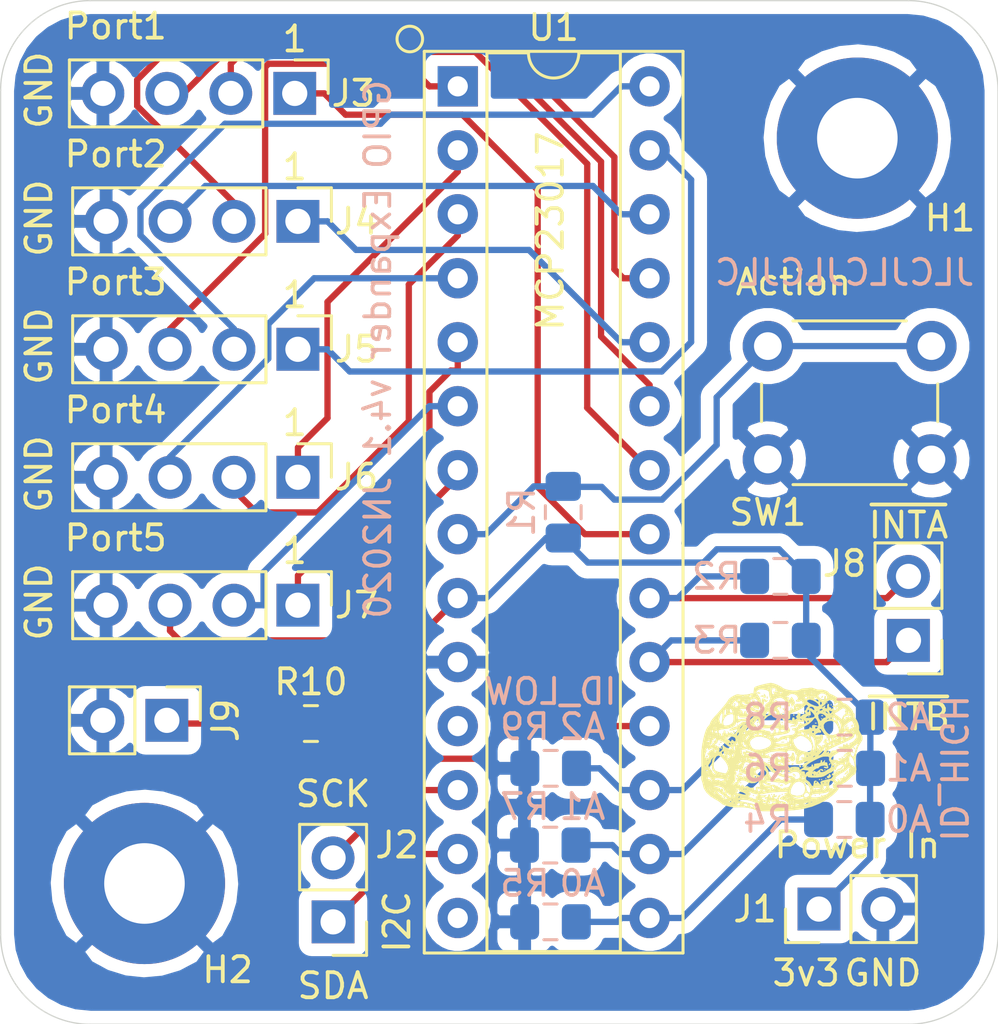
<source format=kicad_pcb>
(kicad_pcb (version 20171130) (host pcbnew "(5.1.6)-1")
  (layers (0 F.Cu signal) (31 B.Cu signal) (34 B.Paste user) (35 F.Paste user) (36 B.SilkS user) (37 F.SilkS user) (38 B.Mask user) (39 F.Mask user) (44 Edge.Cuts user))
  (net 0 "")
  (net 1 GND)
  (net 2 +3V3)
  (net 3 /Action)
  (net 4 /A0)
  (net 5 /A1)
  (net 6 /A2)
  (net 7 /SCK)
  (net 8 /SDA)
  (net 9 /P1_3)
  (net 10 /P1_2)
  (net 11 /P1_1)
  (net 12 /P2_3)
  (net 13 /P2_2)
  (net 14 /P2_1)
  (net 15 /P3_3)
  (net 16 /P3_2)
  (net 17 /P3_1)
  (net 18 /P4_3)
  (net 19 /P4_2)
  (net 20 /P4_1)
  (net 21 /P5_3)
  (net 22 /P5_2)
  (net 23 /P5_1)
  (net 24 /INTA)
  (net 25 /INTB)
  (net 26 /~RESET)
  (module bre:brain (layer F.Cu) (at 136.652 77.343)
    (fp_text reference G*** hide)
    (fp_text value LOGO hide)
  )
  (module Resistor_SMD:R_0805_2012Metric_Pad1.15x1.40mm_HandSolder (layer F.Cu) (at 117.992 76.454)
    (fp_text reference R10 (at 0 -1.65) (layer F.SilkS))
    (fp_text value 1K)
    (pad 2 smd roundrect (at 1.025 0) (size 1.15 1.4) (layers F.Cu F.Paste F.Mask) (roundrect_rratio 0.217391) (net 2 +3V3))
    (pad 1 smd roundrect (at -1.025 0) (size 1.15 1.4) (layers F.Cu F.Paste F.Mask) (roundrect_rratio 0.217391) (net 26 /~RESET))
  )
  (module Connector_PinHeader_2.54mm:PinHeader_1x02_P2.54mm_Vertical (layer F.Cu) (at 112.268 76.327 270)
    (fp_text reference J9 (at 0 -2.33 90) (layer F.SilkS))
    (fp_text value Reset)
    (pad 2 thru_hole oval (at 0 2.54 270) (size 1.7 1.7) (drill 1) (layers *.Cu *.Mask) (net 1 GND))
    (pad 1 thru_hole rect (at 0 0 270) (size 1.7 1.7) (drill 1) (layers *.Cu *.Mask) (net 26 /~RESET))
  )
  (module MountingHole:MountingHole_3.2mm_M3_Pad (layer F.Cu) (at 111.379 82.804)
    (fp_text reference H2 (at 3.302 3.429) (layer F.SilkS))
    (fp_text value MountingHole_Pad)
    (pad 1 thru_hole circle (at 0 0) (size 6.4 6.4) (drill 3.2) (layers *.Cu *.Mask) (net 1 GND))
  )
  (module MountingHole:MountingHole_3.2mm_M3_Pad (layer F.Cu) (at 139.7 53.213)
    (fp_text reference H1 (at 3.683 3.175) (layer F.SilkS))
    (fp_text value MountingHole_Pad)
    (pad 1 thru_hole circle (at 0 0) (size 6.4 6.4) (drill 3.2) (layers *.Cu *.Mask) (net 1 GND))
  )
  (module Button_Switch_THT:SW_PUSH_6mm (layer F.Cu) (at 136.144 61.468)
    (fp_text reference SW1 (at 0 6.604) (layer F.SilkS))
    (fp_text value Action)
    (pad 1 thru_hole circle (at 6.5 0 90) (size 2 2) (drill 1.1) (layers *.Cu *.Mask) (net 3 /Action))
    (pad 2 thru_hole circle (at 6.5 4.5 90) (size 2 2) (drill 1.1) (layers *.Cu *.Mask) (net 1 GND))
    (pad 1 thru_hole circle (at 0 0 90) (size 2 2) (drill 1.1) (layers *.Cu *.Mask) (net 3 /Action))
    (pad 2 thru_hole circle (at 0 4.5 90) (size 2 2) (drill 1.1) (layers *.Cu *.Mask) (net 1 GND))
  )
  (module Package_DIP:DIP-28_W7.62mm_Socket (layer F.Cu) (at 123.825 51.155)
    (fp_text reference U1 (at 3.81 -2.33) (layer F.SilkS))
    (fp_text value MCP23017-E/SP)
    (pad 28 thru_hole oval (at 7.62 0) (size 1.6 1.6) (drill 0.8) (layers *.Cu *.Mask) (net 16 /P3_2))
    (pad 14 thru_hole oval (at 0 33.02) (size 1.6 1.6) (drill 0.8) (layers *.Cu *.Mask))
    (pad 27 thru_hole oval (at 7.62 2.54) (size 1.6 1.6) (drill 0.8) (layers *.Cu *.Mask) (net 17 /P3_1))
    (pad 13 thru_hole oval (at 0 30.48) (size 1.6 1.6) (drill 0.8) (layers *.Cu *.Mask) (net 8 /SDA))
    (pad 26 thru_hole oval (at 7.62 5.08) (size 1.6 1.6) (drill 0.8) (layers *.Cu *.Mask) (net 12 /P2_3))
    (pad 12 thru_hole oval (at 0 27.94) (size 1.6 1.6) (drill 0.8) (layers *.Cu *.Mask) (net 7 /SCK))
    (pad 25 thru_hole oval (at 7.62 7.62) (size 1.6 1.6) (drill 0.8) (layers *.Cu *.Mask) (net 13 /P2_2))
    (pad 11 thru_hole oval (at 0 25.4) (size 1.6 1.6) (drill 0.8) (layers *.Cu *.Mask))
    (pad 24 thru_hole oval (at 7.62 10.16) (size 1.6 1.6) (drill 0.8) (layers *.Cu *.Mask) (net 14 /P2_1))
    (pad 10 thru_hole oval (at 0 22.86) (size 1.6 1.6) (drill 0.8) (layers *.Cu *.Mask) (net 1 GND))
    (pad 23 thru_hole oval (at 7.62 12.7) (size 1.6 1.6) (drill 0.8) (layers *.Cu *.Mask) (net 9 /P1_3))
    (pad 9 thru_hole oval (at 0 20.32) (size 1.6 1.6) (drill 0.8) (layers *.Cu *.Mask) (net 2 +3V3))
    (pad 22 thru_hole oval (at 7.62 15.24) (size 1.6 1.6) (drill 0.8) (layers *.Cu *.Mask) (net 10 /P1_2))
    (pad 8 thru_hole oval (at 0 17.78) (size 1.6 1.6) (drill 0.8) (layers *.Cu *.Mask) (net 3 /Action))
    (pad 21 thru_hole oval (at 7.62 17.78) (size 1.6 1.6) (drill 0.8) (layers *.Cu *.Mask) (net 11 /P1_1))
    (pad 7 thru_hole oval (at 0 15.24) (size 1.6 1.6) (drill 0.8) (layers *.Cu *.Mask) (net 21 /P5_3))
    (pad 20 thru_hole oval (at 7.62 20.32) (size 1.6 1.6) (drill 0.8) (layers *.Cu *.Mask) (net 24 /INTA))
    (pad 6 thru_hole oval (at 0 12.7) (size 1.6 1.6) (drill 0.8) (layers *.Cu *.Mask) (net 22 /P5_2))
    (pad 19 thru_hole oval (at 7.62 22.86) (size 1.6 1.6) (drill 0.8) (layers *.Cu *.Mask) (net 25 /INTB))
    (pad 5 thru_hole oval (at 0 10.16) (size 1.6 1.6) (drill 0.8) (layers *.Cu *.Mask) (net 23 /P5_1))
    (pad 18 thru_hole oval (at 7.62 25.4) (size 1.6 1.6) (drill 0.8) (layers *.Cu *.Mask) (net 26 /~RESET))
    (pad 4 thru_hole oval (at 0 7.62) (size 1.6 1.6) (drill 0.8) (layers *.Cu *.Mask) (net 18 /P4_3))
    (pad 17 thru_hole oval (at 7.62 27.94) (size 1.6 1.6) (drill 0.8) (layers *.Cu *.Mask) (net 6 /A2))
    (pad 3 thru_hole oval (at 0 5.08) (size 1.6 1.6) (drill 0.8) (layers *.Cu *.Mask) (net 19 /P4_2))
    (pad 16 thru_hole oval (at 7.62 30.48) (size 1.6 1.6) (drill 0.8) (layers *.Cu *.Mask) (net 5 /A1))
    (pad 2 thru_hole oval (at 0 2.54) (size 1.6 1.6) (drill 0.8) (layers *.Cu *.Mask) (net 20 /P4_1))
    (pad 15 thru_hole oval (at 7.62 33.02) (size 1.6 1.6) (drill 0.8) (layers *.Cu *.Mask) (net 4 /A0))
    (pad 1 thru_hole rect (at 0 0) (size 1.6 1.6) (drill 0.8) (layers *.Cu *.Mask) (net 15 /P3_3))
  )
  (module Resistor_SMD:R_0805_2012Metric_Pad1.15x1.40mm_HandSolder (layer B.Cu) (at 127.517 78.232 180)
    (fp_text reference R9 (at 1.025 1.65) (layer B.SilkS) (effects (justify mirror)))
    (fp_text value 2K)
    (pad 2 smd roundrect (at 1.025 0 180) (size 1.15 1.4) (layers B.Cu B.Paste B.Mask) (roundrect_rratio 0.217391) (net 1 GND))
    (pad 1 smd roundrect (at -1.025 0 180) (size 1.15 1.4) (layers B.Cu B.Paste B.Mask) (roundrect_rratio 0.217391) (net 6 /A2))
  )
  (module Resistor_SMD:R_0805_2012Metric_Pad1.15x1.40mm_HandSolder (layer B.Cu) (at 139.192 76.2 180)
    (fp_text reference R8 (at 3.048 0) (layer B.SilkS) (effects (justify mirror)))
    (fp_text value 1K)
    (pad 2 smd roundrect (at 1.025 0 180) (size 1.15 1.4) (layers B.Cu B.Paste B.Mask) (roundrect_rratio 0.217391) (net 6 /A2))
    (pad 1 smd roundrect (at -1.025 0 180) (size 1.15 1.4) (layers B.Cu B.Paste B.Mask) (roundrect_rratio 0.217391) (net 2 +3V3))
  )
  (module Resistor_SMD:R_0805_2012Metric_Pad1.15x1.40mm_HandSolder (layer B.Cu) (at 127.499 81.28 180)
    (fp_text reference R7 (at 1.007 1.524) (layer B.SilkS) (effects (justify mirror)))
    (fp_text value 2K)
    (pad 2 smd roundrect (at 1.025 0 180) (size 1.15 1.4) (layers B.Cu B.Paste B.Mask) (roundrect_rratio 0.217391) (net 1 GND))
    (pad 1 smd roundrect (at -1.025 0 180) (size 1.15 1.4) (layers B.Cu B.Paste B.Mask) (roundrect_rratio 0.217391) (net 5 /A1))
  )
  (module Resistor_SMD:R_0805_2012Metric_Pad1.15x1.40mm_HandSolder (layer B.Cu) (at 139.201 78.232 180)
    (fp_text reference R6 (at 3.057 0 180) (layer B.SilkS) (effects (justify mirror)))
    (fp_text value 1K)
    (pad 2 smd roundrect (at 1.025 0 180) (size 1.15 1.4) (layers B.Cu B.Paste B.Mask) (roundrect_rratio 0.217391) (net 5 /A1))
    (pad 1 smd roundrect (at -1.025 0 180) (size 1.15 1.4) (layers B.Cu B.Paste B.Mask) (roundrect_rratio 0.217391) (net 2 +3V3))
  )
  (module Resistor_SMD:R_0805_2012Metric_Pad1.15x1.40mm_HandSolder (layer B.Cu) (at 127.508 84.328 180)
    (fp_text reference R5 (at 1.016 1.524 180) (layer B.SilkS) (effects (justify mirror)))
    (fp_text value 2K)
    (pad 2 smd roundrect (at 1.025 0 180) (size 1.15 1.4) (layers B.Cu B.Paste B.Mask) (roundrect_rratio 0.217391) (net 1 GND))
    (pad 1 smd roundrect (at -1.025 0 180) (size 1.15 1.4) (layers B.Cu B.Paste B.Mask) (roundrect_rratio 0.217391) (net 4 /A0))
  )
  (module Resistor_SMD:R_0805_2012Metric_Pad1.15x1.40mm_HandSolder (layer B.Cu) (at 139.183 80.264 180)
    (fp_text reference R4 (at 3.039 0 180) (layer B.SilkS) (effects (justify mirror)))
    (fp_text value 1K)
    (pad 2 smd roundrect (at 1.025 0 180) (size 1.15 1.4) (layers B.Cu B.Paste B.Mask) (roundrect_rratio 0.217391) (net 4 /A0))
    (pad 1 smd roundrect (at -1.025 0 180) (size 1.15 1.4) (layers B.Cu B.Paste B.Mask) (roundrect_rratio 0.217391) (net 2 +3V3))
  )
  (module Resistor_SMD:R_0805_2012Metric_Pad1.15x1.40mm_HandSolder (layer B.Cu) (at 136.643 73.152)
    (fp_text reference R3 (at -2.531 0) (layer B.SilkS) (effects (justify mirror)))
    (fp_text value 1K)
    (pad 2 smd roundrect (at 1.025 0) (size 1.15 1.4) (layers B.Cu B.Paste B.Mask) (roundrect_rratio 0.217391) (net 2 +3V3))
    (pad 1 smd roundrect (at -1.025 0) (size 1.15 1.4) (layers B.Cu B.Paste B.Mask) (roundrect_rratio 0.217391) (net 25 /INTB))
  )
  (module Resistor_SMD:R_0805_2012Metric_Pad1.15x1.40mm_HandSolder (layer B.Cu) (at 136.643 70.612)
    (fp_text reference R2 (at -2.531 0) (layer B.SilkS) (effects (justify mirror)))
    (fp_text value 1K)
    (pad 2 smd roundrect (at 1.025 0) (size 1.15 1.4) (layers B.Cu B.Paste B.Mask) (roundrect_rratio 0.217391) (net 2 +3V3))
    (pad 1 smd roundrect (at -1.025 0) (size 1.15 1.4) (layers B.Cu B.Paste B.Mask) (roundrect_rratio 0.217391) (net 24 /INTA))
  )
  (module Resistor_SMD:R_0805_2012Metric_Pad1.15x1.40mm_HandSolder (layer B.Cu) (at 128.016 68.063 270)
    (fp_text reference R1 (at 0 1.65 90) (layer B.SilkS) (effects (justify mirror)))
    (fp_text value 1K)
    (pad 2 smd roundrect (at 1.025 0 270) (size 1.15 1.4) (layers B.Cu B.Paste B.Mask) (roundrect_rratio 0.217391) (net 2 +3V3))
    (pad 1 smd roundrect (at -1.025 0 270) (size 1.15 1.4) (layers B.Cu B.Paste B.Mask) (roundrect_rratio 0.217391) (net 3 /Action))
  )
  (module Connector_PinHeader_2.54mm:PinHeader_1x02_P2.54mm_Vertical (layer F.Cu) (at 141.732 73.152 180)
    (fp_text reference J8 (at 2.54 3.048) (layer F.SilkS))
    (fp_text value ~INT)
    (pad 2 thru_hole oval (at 0 2.54 180) (size 1.7 1.7) (drill 1) (layers *.Cu *.Mask) (net 24 /INTA))
    (pad 1 thru_hole rect (at 0 0 180) (size 1.7 1.7) (drill 1) (layers *.Cu *.Mask) (net 25 /INTB))
  )
  (module Connector_PinHeader_2.54mm:PinHeader_1x04_P2.54mm_Vertical (layer F.Cu) (at 117.475 71.755 270)
    (fp_text reference J7 (at 0 -2.33 180) (layer F.SilkS))
    (fp_text value "Port 5")
    (pad 4 thru_hole oval (at 0 7.62 270) (size 1.7 1.7) (drill 1) (layers *.Cu *.Mask) (net 1 GND))
    (pad 3 thru_hole oval (at 0 5.08 270) (size 1.7 1.7) (drill 1) (layers *.Cu *.Mask) (net 21 /P5_3))
    (pad 2 thru_hole oval (at 0 2.54 270) (size 1.7 1.7) (drill 1) (layers *.Cu *.Mask) (net 22 /P5_2))
    (pad 1 thru_hole rect (at 0 0 270) (size 1.7 1.7) (drill 1) (layers *.Cu *.Mask) (net 23 /P5_1))
  )
  (module Connector_PinHeader_2.54mm:PinHeader_1x04_P2.54mm_Vertical (layer F.Cu) (at 117.475 66.675 270)
    (fp_text reference J6 (at 0 -2.33 180) (layer F.SilkS))
    (fp_text value "Port 4")
    (pad 4 thru_hole oval (at 0 7.62 270) (size 1.7 1.7) (drill 1) (layers *.Cu *.Mask) (net 1 GND))
    (pad 3 thru_hole oval (at 0 5.08 270) (size 1.7 1.7) (drill 1) (layers *.Cu *.Mask) (net 18 /P4_3))
    (pad 2 thru_hole oval (at 0 2.54 270) (size 1.7 1.7) (drill 1) (layers *.Cu *.Mask) (net 19 /P4_2))
    (pad 1 thru_hole rect (at 0 0 270) (size 1.7 1.7) (drill 1) (layers *.Cu *.Mask) (net 20 /P4_1))
  )
  (module Connector_PinHeader_2.54mm:PinHeader_1x04_P2.54mm_Vertical (layer F.Cu) (at 117.475 61.595 270)
    (fp_text reference J5 (at 0 -2.33 180) (layer F.SilkS))
    (fp_text value "Port 3")
    (pad 4 thru_hole oval (at 0 7.62 270) (size 1.7 1.7) (drill 1) (layers *.Cu *.Mask) (net 1 GND))
    (pad 3 thru_hole oval (at 0 5.08 270) (size 1.7 1.7) (drill 1) (layers *.Cu *.Mask) (net 15 /P3_3))
    (pad 2 thru_hole oval (at 0 2.54 270) (size 1.7 1.7) (drill 1) (layers *.Cu *.Mask) (net 16 /P3_2))
    (pad 1 thru_hole rect (at 0 0 270) (size 1.7 1.7) (drill 1) (layers *.Cu *.Mask) (net 17 /P3_1))
  )
  (module Connector_PinHeader_2.54mm:PinHeader_1x04_P2.54mm_Vertical (layer F.Cu) (at 117.475 56.515 270)
    (fp_text reference J4 (at 0 -2.33 180) (layer F.SilkS))
    (fp_text value "Port 2")
    (pad 4 thru_hole oval (at 0 7.62 270) (size 1.7 1.7) (drill 1) (layers *.Cu *.Mask) (net 1 GND))
    (pad 3 thru_hole oval (at 0 5.08 270) (size 1.7 1.7) (drill 1) (layers *.Cu *.Mask) (net 12 /P2_3))
    (pad 2 thru_hole oval (at 0 2.54 270) (size 1.7 1.7) (drill 1) (layers *.Cu *.Mask) (net 13 /P2_2))
    (pad 1 thru_hole rect (at 0 0 270) (size 1.7 1.7) (drill 1) (layers *.Cu *.Mask) (net 14 /P2_1))
  )
  (module Connector_PinHeader_2.54mm:PinHeader_1x04_P2.54mm_Vertical (layer F.Cu) (at 117.348 51.435 270)
    (fp_text reference J3 (at 0 -2.33 180) (layer F.SilkS))
    (fp_text value "Port 1")
    (pad 4 thru_hole oval (at 0 7.62 270) (size 1.7 1.7) (drill 1) (layers *.Cu *.Mask) (net 1 GND))
    (pad 3 thru_hole oval (at 0 5.08 270) (size 1.7 1.7) (drill 1) (layers *.Cu *.Mask) (net 9 /P1_3))
    (pad 2 thru_hole oval (at 0 2.54 270) (size 1.7 1.7) (drill 1) (layers *.Cu *.Mask) (net 10 /P1_2))
    (pad 1 thru_hole rect (at 0 0 270) (size 1.7 1.7) (drill 1) (layers *.Cu *.Mask) (net 11 /P1_1))
  )
  (module Connector_PinHeader_2.54mm:PinHeader_1x02_P2.54mm_Vertical (layer F.Cu) (at 118.872 84.328 180)
    (fp_text reference J2 (at -2.54 3.048 180) (layer F.SilkS))
    (fp_text value I2C)
    (pad 2 thru_hole oval (at 0 2.54 180) (size 1.7 1.7) (drill 1) (layers *.Cu *.Mask) (net 7 /SCK))
    (pad 1 thru_hole rect (at 0 0 180) (size 1.7 1.7) (drill 1) (layers *.Cu *.Mask) (net 8 /SDA))
  )
  (module Connector_PinHeader_2.54mm:PinHeader_1x02_P2.54mm_Vertical (layer F.Cu) (at 138.176 83.82 90)
    (fp_text reference J1 (at 0 -2.54) (layer F.SilkS))
    (fp_text value PWR)
    (pad 2 thru_hole oval (at 0 2.54 90) (size 1.7 1.7) (drill 1) (layers *.Cu *.Mask) (net 1 GND))
    (pad 1 thru_hole rect (at 0 0 90) (size 1.7 1.7) (drill 1) (layers *.Cu *.Mask) (net 2 +3V3))
  )
  (gr_text "A2\n" (at 128.778 76.581) (layer B.SilkS) (effects (font (size 1 1)) (justify mirror)))
  (gr_text "A1\n" (at 128.778 79.756) (layer B.SilkS) (effects (font (size 1 1)) (justify mirror)))
  (gr_text "A0\n" (at 128.778 82.804) (layer B.SilkS) (effects (font (size 1 1)) (justify mirror)))
  (gr_text ID_LOW (at 127.508 75.184) (layer B.SilkS) (effects (font (size 1 1)) (justify mirror)))
  (gr_text "A0\n" (at 141.732 80.264) (layer B.SilkS) (effects (font (size 1 1)) (justify mirror)))
  (gr_text "A1\n" (at 141.732 78.232) (layer B.SilkS) (effects (font (size 1 1)) (justify mirror)))
  (gr_text "A2\n" (at 141.732 76.2) (layer B.SilkS) (effects (font (size 1 1)) (justify mirror)))
  (gr_circle (center 121.92 49.276) (end 122.428 49.276) (layer F.SilkS) (width 0.12))
  (gr_text 1 (at 117.348 49.276) (layer F.SilkS) (effects (font (size 1 1))))
  (gr_text 1 (at 117.348 54.356) (layer F.SilkS) (effects (font (size 1 1))))
  (gr_text 1 (at 117.348 59.436) (layer F.SilkS) (effects (font (size 1 1))))
  (gr_text 1 (at 117.348 64.516) (layer F.SilkS) (effects (font (size 1 1))))
  (gr_text 1 (at 117.348 69.596) (layer F.SilkS) (effects (font (size 1 1))))
  (gr_text GND (at 107.188 71.628 90) (layer F.SilkS) (effects (font (size 1 1))))
  (gr_text GND (at 107.188 66.548 90) (layer F.SilkS) (effects (font (size 1 1))))
  (gr_text GND (at 107.188 61.468 90) (layer F.SilkS) (effects (font (size 1 1))))
  (gr_text GND (at 107.188 56.388 90) (layer F.SilkS) (effects (font (size 1 1))))
  (gr_text GND (at 107.188 51.308 90) (layer F.SilkS) (effects (font (size 1 1))))
  (gr_text "Power In" (at 139.7 81.28) (layer F.SilkS) (effects (font (size 1 1))))
  (gr_text GND (at 140.716 86.36) (layer F.SilkS) (effects (font (size 1 1))))
  (gr_text Action (at 137.16 58.928) (layer F.SilkS) (effects (font (size 1 1))))
  (gr_text MCP23017 (at 127.508 56.896 90) (layer F.SilkS) (effects (font (size 1 1))))
  (gr_text JLCJLCJLCJLC (at 139.192 58.547) (layer B.SilkS) (effects (font (size 1 1)) (justify mirror)))
  (gr_text "GPIO Expander v4.1 JN2020" (at 120.65 61.595 90) (layer B.SilkS) (effects (font (size 1 1)) (justify mirror)))
  (gr_text ~INTB (at 141.732 76.2) (layer F.SilkS) (effects (font (size 1 1))))
  (gr_text ~INTA (at 141.732 68.58) (layer F.SilkS) (effects (font (size 1 1))))
  (gr_text 3v3 (at 137.668 86.36) (layer F.SilkS) (effects (font (size 1 1))))
  (gr_text SDA (at 118.872 86.868) (layer F.SilkS) (effects (font (size 1 1))))
  (gr_text SCK (at 118.872 79.248) (layer F.SilkS) (effects (font (size 1 1))))
  (gr_text Port5 (at 110.236 69.088) (layer F.SilkS) (effects (font (size 1 1))))
  (gr_text Port4 (at 110.236 64.008) (layer F.SilkS) (effects (font (size 1 1))))
  (gr_text Port3 (at 110.236 58.928) (layer F.SilkS) (effects (font (size 1 1))))
  (gr_text Port2 (at 110.236 53.848) (layer F.SilkS) (effects (font (size 1 1))))
  (gr_text Port1 (at 110.236 48.768) (layer F.SilkS) (effects (font (size 1 1))))
  (gr_text "I2C\n" (at 121.412 84.328 90) (layer F.SilkS) (effects (font (size 1 1))))
  (gr_text ID_HIGH (at 143.51 78.232 270) (layer B.SilkS) (effects (font (size 1 1)) (justify mirror)))
  (gr_line (start 141.732 88.392) (end 109.22 88.392) (layer Edge.Cuts) (width 0.05))
  (gr_line (start 145.288 51.308) (end 145.288 84.836) (layer Edge.Cuts) (width 0.05))
  (gr_arc (start 141.732 84.836) (end 141.732 88.392) (angle -90) (layer Edge.Cuts) (width 0.05))
  (gr_line (start 105.664 51.308) (end 105.664 84.836) (layer Edge.Cuts) (width 0.05))
  (gr_arc (start 109.22 84.836) (end 105.664 84.836) (angle -90) (layer Edge.Cuts) (width 0.05))
  (gr_line (start 141.732 47.752) (end 109.22 47.752) (layer Edge.Cuts) (width 0.05))
  (gr_arc (start 109.22 51.308) (end 109.22 47.752) (angle -90) (layer Edge.Cuts) (width 0.05))
  (gr_arc (start 141.732 51.308) (end 145.288 51.308) (angle -90) (layer Edge.Cuts) (width 0.05))
  (segment (start 123.825 71.475) (end 124.9503 71.475) (width 0.25) (layer B.Cu) (net 2))
  (segment (start 124.9503 71.475) (end 127.3373 69.088) (width 0.25) (layer B.Cu) (net 2))
  (segment (start 127.3373 69.088) (end 128.016 69.088) (width 0.25) (layer B.Cu) (net 2))
  (segment (start 128.016 69.088) (end 128.9911 70.0631) (width 0.25) (layer B.Cu) (net 2))
  (segment (start 128.9911 70.0631) (end 130.2914 70.0631) (width 0.25) (layer B.Cu) (net 2))
  (segment (start 133.5914 70.0631) (end 134.1196 69.5349) (width 0.25) (layer B.Cu) (net 2))
  (segment (start 136.5909 69.5349) (end 137.668 70.612) (width 0.25) (layer B.Cu) (net 2))
  (segment (start 137.668 70.612) (end 137.668 73.152) (width 0.25) (layer B.Cu) (net 2))
  (segment (start 134.1196 69.5349) (end 136.5909 69.5349) (width 0.25) (layer B.Cu) (net 2))
  (segment (start 130.2914 70.0631) (end 133.5914 70.0631) (width 0.25) (layer B.Cu) (net 2))
  (segment (start 137.668 73.651) (end 140.217 76.2) (width 0.25) (layer B.Cu) (net 2))
  (segment (start 137.668 73.152) (end 137.668 73.651) (width 0.25) (layer B.Cu) (net 2))
  (segment (start 140.217 78.223) (end 140.226 78.232) (width 0.25) (layer B.Cu) (net 2))
  (segment (start 140.217 76.2) (end 140.217 78.223) (width 0.25) (layer B.Cu) (net 2))
  (segment (start 140.208 80.264) (end 140.208 78.25) (width 0.25) (layer B.Cu) (net 2))
  (segment (start 140.208 78.25) (end 140.226 78.232) (width 0.25) (layer B.Cu) (net 2))
  (segment (start 140.208 80.264) (end 140.208 81.788) (width 0.25) (layer B.Cu) (net 2))
  (segment (start 140.208 84.328) (end 140.217 84.319) (width 0.25) (layer B.Cu) (net 1))
  (segment (start 140.208 81.788) (end 138.176 83.82) (width 0.25) (layer B.Cu) (net 2))
  (segment (start 119.017 76.283) (end 119.017 76.454) (width 0.25) (layer F.Cu) (net 2))
  (segment (start 123.825 71.475) (end 119.017 76.283) (width 0.25) (layer F.Cu) (net 2))
  (segment (start 124.9503 68.935) (end 126.8473 67.038) (width 0.25) (layer B.Cu) (net 3))
  (segment (start 126.8473 67.038) (end 128.016 67.038) (width 0.25) (layer B.Cu) (net 3))
  (segment (start 123.825 68.935) (end 124.9503 68.935) (width 0.25) (layer B.Cu) (net 3))
  (segment (start 136.144 61.468) (end 142.644 61.468) (width 0.25) (layer B.Cu) (net 3))
  (segment (start 134.112 65.393002) (end 134.112 63.5) (width 0.25) (layer B.Cu) (net 3))
  (segment (start 128.016 67.038) (end 128.034 67.056) (width 0.25) (layer B.Cu) (net 3))
  (segment (start 134.112 63.5) (end 136.144 61.468) (width 0.25) (layer B.Cu) (net 3))
  (segment (start 131.941002 67.564) (end 134.112 65.393002) (width 0.25) (layer B.Cu) (net 3))
  (segment (start 129.54 67.056) (end 130.048 67.564) (width 0.25) (layer B.Cu) (net 3))
  (segment (start 128.034 67.056) (end 129.54 67.056) (width 0.25) (layer B.Cu) (net 3))
  (segment (start 130.048 67.564) (end 131.941002 67.564) (width 0.25) (layer B.Cu) (net 3))
  (segment (start 128.533 84.328) (end 130.1667 84.328) (width 0.25) (layer B.Cu) (net 4))
  (segment (start 131.445 84.175) (end 130.3197 84.175) (width 0.25) (layer B.Cu) (net 4))
  (segment (start 130.1667 84.328) (end 130.3197 84.175) (width 0.25) (layer B.Cu) (net 4))
  (segment (start 132.741 84.175) (end 136.652 80.264) (width 0.25) (layer B.Cu) (net 4))
  (segment (start 136.652 80.264) (end 138.158 80.264) (width 0.25) (layer B.Cu) (net 4))
  (segment (start 131.445 84.175) (end 132.741 84.175) (width 0.25) (layer B.Cu) (net 4))
  (segment (start 131.445 81.635) (end 130.3197 81.635) (width 0.25) (layer B.Cu) (net 5))
  (segment (start 129.9647 81.28) (end 130.3197 81.635) (width 0.25) (layer B.Cu) (net 5))
  (segment (start 128.524 81.28) (end 129.9647 81.28) (width 0.25) (layer B.Cu) (net 5))
  (segment (start 136.144 78.232) (end 138.176 78.232) (width 0.25) (layer B.Cu) (net 5))
  (segment (start 132.741 81.635) (end 136.144 78.232) (width 0.25) (layer B.Cu) (net 5))
  (segment (start 131.445 81.635) (end 132.741 81.635) (width 0.25) (layer B.Cu) (net 5))
  (segment (start 132.741 79.095) (end 135.636 76.2) (width 0.25) (layer B.Cu) (net 6))
  (segment (start 131.445 79.095) (end 132.741 79.095) (width 0.25) (layer B.Cu) (net 6))
  (segment (start 135.636 76.2) (end 138.167 76.2) (width 0.25) (layer B.Cu) (net 6))
  (segment (start 129.4567 78.232) (end 130.3197 79.095) (width 0.25) (layer B.Cu) (net 6))
  (segment (start 131.445 79.095) (end 130.3197 79.095) (width 0.25) (layer B.Cu) (net 6))
  (segment (start 128.542 78.232) (end 129.4567 78.232) (width 0.25) (layer B.Cu) (net 6))
  (segment (start 121.565 79.095) (end 123.825 79.095) (width 0.25) (layer F.Cu) (net 7))
  (segment (start 118.872 81.788) (end 121.565 79.095) (width 0.25) (layer F.Cu) (net 7))
  (segment (start 121.565 81.635) (end 123.825 81.635) (width 0.25) (layer F.Cu) (net 8))
  (segment (start 118.872 84.328) (end 121.565 81.635) (width 0.25) (layer F.Cu) (net 8))
  (segment (start 131.445 63.0111) (end 131.445 63.855) (width 0.25) (layer F.Cu) (net 9))
  (segment (start 129.5181 61.0842) (end 131.445 63.0111) (width 0.25) (layer F.Cu) (net 9))
  (segment (start 112.268 51.435) (end 112.9291 51.435) (width 0.25) (layer F.Cu) (net 9))
  (segment (start 112.9291 51.435) (end 115.0387 49.3254) (width 0.25) (layer F.Cu) (net 9))
  (segment (start 129.5181 54.1477) (end 129.5181 61.0842) (width 0.25) (layer F.Cu) (net 9))
  (segment (start 124.6958 49.3254) (end 129.5181 54.1477) (width 0.25) (layer F.Cu) (net 9))
  (segment (start 115.0387 49.3254) (end 124.6958 49.3254) (width 0.25) (layer F.Cu) (net 9))
  (segment (start 114.808 50.2597) (end 114.808 51.435) (width 0.25) (layer F.Cu) (net 10))
  (segment (start 128.9688 63.9188) (end 128.9688 54.2353) (width 0.25) (layer F.Cu) (net 10))
  (segment (start 128.9688 54.2353) (end 124.5223 49.7888) (width 0.25) (layer F.Cu) (net 10))
  (segment (start 124.5223 49.7888) (end 115.2789 49.7888) (width 0.25) (layer F.Cu) (net 10))
  (segment (start 131.445 66.395) (end 128.9688 63.9188) (width 0.25) (layer F.Cu) (net 10))
  (segment (start 115.2789 49.7888) (end 114.808 50.2597) (width 0.25) (layer F.Cu) (net 10))
  (segment (start 118.5233 51.435) (end 117.348 51.435) (width 0.25) (layer F.Cu) (net 11))
  (segment (start 128.879 68.935) (end 127 67.056) (width 0.25) (layer F.Cu) (net 11))
  (segment (start 131.445 68.935) (end 128.879 68.935) (width 0.25) (layer F.Cu) (net 11))
  (segment (start 127 55.267) (end 124.0134 52.2804) (width 0.25) (layer F.Cu) (net 11))
  (segment (start 119.3687 52.2804) (end 118.5233 51.435) (width 0.25) (layer F.Cu) (net 11))
  (segment (start 127 67.056) (end 127 55.267) (width 0.25) (layer F.Cu) (net 11))
  (segment (start 124.0134 52.2804) (end 119.3687 52.2804) (width 0.25) (layer F.Cu) (net 11))
  (segment (start 130.3197 56.235) (end 131.445 56.235) (width 0.25) (layer B.Cu) (net 12))
  (segment (start 112.395 56.515) (end 113.8003 55.1097) (width 0.25) (layer B.Cu) (net 12))
  (segment (start 129.1944 55.1097) (end 130.3197 56.235) (width 0.25) (layer B.Cu) (net 12))
  (segment (start 113.8003 55.1097) (end 129.1944 55.1097) (width 0.25) (layer B.Cu) (net 12))
  (segment (start 130.403 58.775) (end 131.445 58.775) (width 0.25) (layer F.Cu) (net 13))
  (segment (start 130.048 58.42) (end 130.403 58.775) (width 0.25) (layer F.Cu) (net 13))
  (segment (start 130.048 53.9642) (end 130.048 58.42) (width 0.25) (layer F.Cu) (net 13))
  (segment (start 124.9542 48.8704) (end 130.048 53.9642) (width 0.25) (layer F.Cu) (net 13))
  (segment (start 113.1159 48.8704) (end 124.9542 48.8704) (width 0.25) (layer F.Cu) (net 13))
  (segment (start 114.935 55.7804) (end 111.0879 51.9333) (width 0.25) (layer F.Cu) (net 13))
  (segment (start 114.935 56.515) (end 114.935 55.7804) (width 0.25) (layer F.Cu) (net 13))
  (segment (start 111.0879 50.8984) (end 113.1159 48.8704) (width 0.25) (layer F.Cu) (net 13))
  (segment (start 111.0879 51.9333) (end 111.0879 50.8984) (width 0.25) (layer F.Cu) (net 13))
  (segment (start 131.445 61.315) (end 130.3197 61.315) (width 0.25) (layer B.Cu) (net 14))
  (segment (start 117.475 56.515) (end 118.6503 56.515) (width 0.25) (layer B.Cu) (net 14))
  (segment (start 118.6503 56.515) (end 119.785 57.6497) (width 0.25) (layer B.Cu) (net 14))
  (segment (start 119.785 57.6497) (end 126.6544 57.6497) (width 0.25) (layer B.Cu) (net 14))
  (segment (start 126.6544 57.6497) (end 130.3197 61.315) (width 0.25) (layer B.Cu) (net 14))
  (segment (start 122.6997 51.155) (end 123.825 51.155) (width 0.25) (layer F.Cu) (net 15))
  (segment (start 121.8043 50.2596) (end 122.6997 51.155) (width 0.25) (layer F.Cu) (net 15))
  (segment (start 116.3054 50.2596) (end 121.8043 50.2596) (width 0.25) (layer F.Cu) (net 15))
  (segment (start 112.395 60.787) (end 116.1726 57.0094) (width 0.25) (layer F.Cu) (net 15))
  (segment (start 112.395 61.595) (end 112.395 60.787) (width 0.25) (layer F.Cu) (net 15))
  (segment (start 116.1726 57.0094) (end 116.1726 50.3924) (width 0.25) (layer F.Cu) (net 15))
  (segment (start 116.1726 50.3924) (end 116.3054 50.2596) (width 0.25) (layer F.Cu) (net 15))
  (segment (start 130.3197 51.155) (end 131.445 51.155) (width 0.25) (layer B.Cu) (net 16))
  (segment (start 129.1944 52.2803) (end 130.3197 51.155) (width 0.25) (layer B.Cu) (net 16))
  (segment (start 121.1131 52.2803) (end 129.1944 52.2803) (width 0.25) (layer B.Cu) (net 16))
  (segment (start 120.7521 52.6413) (end 121.1131 52.2803) (width 0.25) (layer B.Cu) (net 16))
  (segment (start 114.935 60.787) (end 111.2194 57.0714) (width 0.25) (layer B.Cu) (net 16))
  (segment (start 114.935 61.595) (end 114.935 60.787) (width 0.25) (layer B.Cu) (net 16))
  (segment (start 111.2194 56.0005) (end 114.5786 52.6413) (width 0.25) (layer B.Cu) (net 16))
  (segment (start 111.2194 57.0714) (end 111.2194 56.0005) (width 0.25) (layer B.Cu) (net 16))
  (segment (start 114.5786 52.6413) (end 120.7521 52.6413) (width 0.25) (layer B.Cu) (net 16))
  (segment (start 131.927 53.695) (end 131.445 53.695) (width 0.25) (layer B.Cu) (net 17))
  (segment (start 133.096 54.864) (end 131.927 53.695) (width 0.25) (layer B.Cu) (net 17))
  (segment (start 118.6503 61.595) (end 119.5318 62.4765) (width 0.25) (layer B.Cu) (net 17))
  (segment (start 117.475 61.595) (end 118.6503 61.595) (width 0.25) (layer B.Cu) (net 17))
  (segment (start 119.5318 62.4765) (end 131.9277 62.4765) (width 0.25) (layer B.Cu) (net 17))
  (segment (start 131.9277 62.4765) (end 133.096 61.3082) (width 0.25) (layer B.Cu) (net 17))
  (segment (start 133.096 61.3082) (end 133.096 54.864) (width 0.25) (layer B.Cu) (net 17))
  (segment (start 116.2996 60.5928) (end 118.1174 58.775) (width 0.25) (layer B.Cu) (net 18))
  (segment (start 116.2996 61.9624) (end 116.2996 60.5928) (width 0.25) (layer B.Cu) (net 18))
  (segment (start 118.1174 58.775) (end 123.825 58.775) (width 0.25) (layer B.Cu) (net 18))
  (segment (start 112.395 66.675) (end 112.395 65.867) (width 0.25) (layer B.Cu) (net 18))
  (segment (start 112.395 65.867) (end 116.2996 61.9624) (width 0.25) (layer B.Cu) (net 18))
  (segment (start 123.825 57.079) (end 123.825 56.235) (width 0.25) (layer F.Cu) (net 19))
  (segment (start 121.8806 59.0234) (end 123.825 57.079) (width 0.25) (layer F.Cu) (net 19))
  (segment (start 114.935 67.183) (end 115.824 68.072) (width 0.25) (layer F.Cu) (net 19))
  (segment (start 121.8806 64.4491) (end 121.8806 59.0234) (width 0.25) (layer F.Cu) (net 19))
  (segment (start 114.935 66.675) (end 114.935 67.183) (width 0.25) (layer F.Cu) (net 19))
  (segment (start 115.824 68.072) (end 118.2577 68.072) (width 0.25) (layer F.Cu) (net 19))
  (segment (start 118.2577 68.072) (end 121.8806 64.4491) (width 0.25) (layer F.Cu) (net 19))
  (segment (start 118.6503 64.3244) (end 117.475 65.4997) (width 0.25) (layer F.Cu) (net 20))
  (segment (start 118.6503 59.7137) (end 118.6503 64.3244) (width 0.25) (layer F.Cu) (net 20))
  (segment (start 123.825 53.695) (end 123.825 54.539) (width 0.25) (layer F.Cu) (net 20))
  (segment (start 117.475 65.4997) (end 117.475 66.675) (width 0.25) (layer F.Cu) (net 20))
  (segment (start 123.825 54.539) (end 118.6503 59.7137) (width 0.25) (layer F.Cu) (net 20))
  (segment (start 123.825 66.675) (end 123.825 66.395) (width 0.25) (layer F.Cu) (net 21))
  (segment (start 119.888 70.612) (end 123.825 66.675) (width 0.25) (layer F.Cu) (net 21))
  (segment (start 112.395 72.771) (end 112.776 73.152) (width 0.25) (layer F.Cu) (net 21))
  (segment (start 112.395 71.755) (end 112.395 72.771) (width 0.25) (layer F.Cu) (net 21))
  (segment (start 119.38 73.152) (end 119.888 72.644) (width 0.25) (layer F.Cu) (net 21))
  (segment (start 112.776 73.152) (end 119.38 73.152) (width 0.25) (layer F.Cu) (net 21))
  (segment (start 119.888 72.644) (end 119.888 70.612) (width 0.25) (layer F.Cu) (net 21))
  (segment (start 123.825 63.855) (end 122.6997 63.855) (width 0.25) (layer B.Cu) (net 22))
  (segment (start 114.935 71.755) (end 116.1103 71.755) (width 0.25) (layer B.Cu) (net 22))
  (segment (start 116.1103 71.755) (end 116.1103 70.4444) (width 0.25) (layer B.Cu) (net 22))
  (segment (start 116.1103 70.4444) (end 122.6997 63.855) (width 0.25) (layer B.Cu) (net 22))
  (segment (start 123.825 61.315) (end 123.825 62.4403) (width 0.25) (layer F.Cu) (net 23))
  (segment (start 117.475 71.755) (end 117.475 70.5797) (width 0.25) (layer F.Cu) (net 23))
  (segment (start 117.475 70.5797) (end 122.6997 65.355) (width 0.25) (layer F.Cu) (net 23))
  (segment (start 122.6997 65.355) (end 122.6997 63.2842) (width 0.25) (layer F.Cu) (net 23))
  (segment (start 122.6997 63.2842) (end 123.5436 62.4403) (width 0.25) (layer F.Cu) (net 23))
  (segment (start 123.5436 62.4403) (end 123.825 62.4403) (width 0.25) (layer F.Cu) (net 23))
  (segment (start 132.5703 71.475) (end 133.4333 70.612) (width 0.25) (layer B.Cu) (net 24))
  (segment (start 133.4333 70.612) (end 135.618 70.612) (width 0.25) (layer B.Cu) (net 24))
  (segment (start 131.445 71.475) (end 132.5703 71.475) (width 0.25) (layer B.Cu) (net 24))
  (segment (start 131.445 71.475) (end 140.869 71.475) (width 0.25) (layer F.Cu) (net 24))
  (segment (start 140.869 71.475) (end 141.732 70.612) (width 0.25) (layer F.Cu) (net 24))
  (segment (start 132.308 73.152) (end 131.445 74.015) (width 0.25) (layer B.Cu) (net 25))
  (segment (start 135.618 73.152) (end 132.308 73.152) (width 0.25) (layer B.Cu) (net 25))
  (segment (start 140.869 74.015) (end 141.732 73.152) (width 0.25) (layer F.Cu) (net 25))
  (segment (start 131.445 74.015) (end 140.869 74.015) (width 0.25) (layer F.Cu) (net 25))
  (segment (start 112.395 76.454) (end 112.268 76.327) (width 0.25) (layer F.Cu) (net 26))
  (segment (start 116.967 76.454) (end 112.395 76.454) (width 0.25) (layer F.Cu) (net 26))
  (segment (start 131.445 76.555) (end 126.01 76.555) (width 0.25) (layer F.Cu) (net 26))
  (segment (start 118.364 77.851) (end 116.967 76.454) (width 0.25) (layer F.Cu) (net 26))
  (segment (start 124.714 77.851) (end 118.364 77.851) (width 0.25) (layer F.Cu) (net 26))
  (segment (start 126.01 76.555) (end 124.714 77.851) (width 0.25) (layer F.Cu) (net 26))
  (zone (net 1) (net_name GND) (layer B.Cu) (connect_pads (clearance 0.508)) (min_thickness 0.254) (fill yes (arc_segments 32) (thermal_gap 0.508) (thermal_bridge_width 0.508) (smoothing fillet) (radius 3))
    (polygon (pts (xy 144.78 87.884) (xy 106.172 87.884) (xy 106.172 48.26) (xy 144.78 48.26)))
  )
)
</source>
